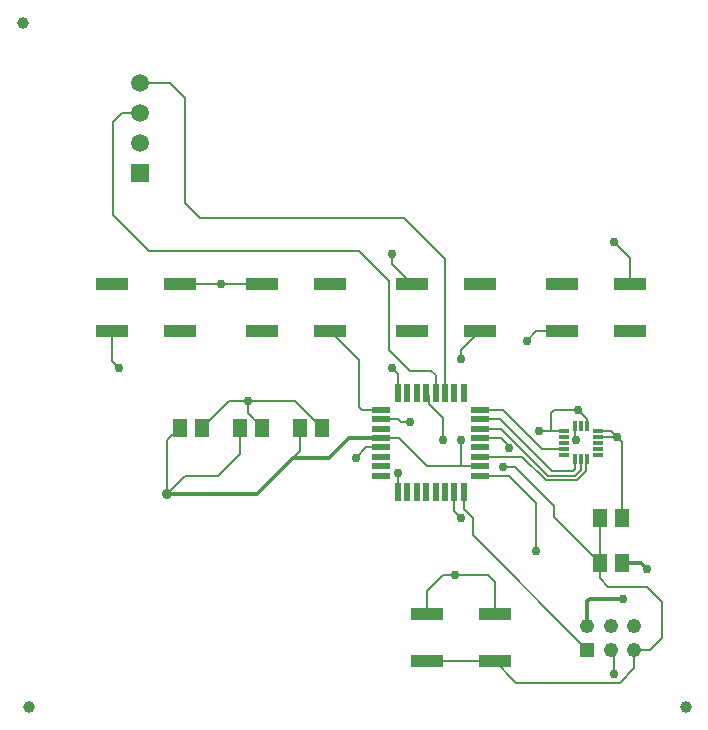
<source format=gbr>
G04 EAGLE Gerber RS-274X export*
G75*
%MOMM*%
%FSLAX34Y34*%
%LPD*%
%INTop Copper*%
%IPPOS*%
%AMOC8*
5,1,8,0,0,1.08239X$1,22.5*%
G01*
%ADD10R,1.600000X0.550000*%
%ADD11R,0.550000X1.600000*%
%ADD12R,0.952400X0.300000*%
%ADD13R,0.300000X0.850800*%
%ADD14R,1.300000X1.500000*%
%ADD15R,2.750000X1.000000*%
%ADD16R,1.219200X1.219200*%
%ADD17C,1.219200*%
%ADD18C,1.000000*%
%ADD19R,1.508000X1.508000*%
%ADD20C,1.508000*%
%ADD21C,0.203200*%
%ADD22C,0.754800*%
%ADD23C,0.904800*%
%ADD24C,0.304800*%


D10*
X301100Y269300D03*
X301100Y261300D03*
X301100Y253300D03*
X301100Y245300D03*
X301100Y237300D03*
X301100Y229300D03*
X301100Y221300D03*
X301100Y213300D03*
D11*
X314900Y199500D03*
X322900Y199500D03*
X330900Y199500D03*
X338900Y199500D03*
X346900Y199500D03*
X354900Y199500D03*
X362900Y199500D03*
X370900Y199500D03*
D10*
X384700Y213300D03*
X384700Y221300D03*
X384700Y229300D03*
X384700Y237300D03*
X384700Y245300D03*
X384700Y253300D03*
X384700Y261300D03*
X384700Y269300D03*
D11*
X370900Y283100D03*
X362900Y283100D03*
X354900Y283100D03*
X346900Y283100D03*
X338900Y283100D03*
X330900Y283100D03*
X322900Y283100D03*
X314900Y283100D03*
D12*
X455638Y251300D03*
X455638Y246300D03*
X455638Y241300D03*
X455638Y236300D03*
X455638Y231300D03*
D13*
X464900Y227280D03*
X469900Y227280D03*
X474900Y227280D03*
D12*
X484162Y231300D03*
X484162Y236300D03*
X484162Y241300D03*
X484162Y246300D03*
X484162Y251300D03*
D13*
X474900Y255320D03*
X469900Y255320D03*
X464900Y255320D03*
D14*
X231800Y254000D03*
X250800Y254000D03*
X181000Y254000D03*
X200000Y254000D03*
X485800Y177800D03*
X504800Y177800D03*
X130200Y254000D03*
X149200Y254000D03*
D15*
X511350Y335600D03*
X453850Y335600D03*
X511350Y375600D03*
X453850Y375600D03*
D16*
X475300Y66200D03*
D17*
X475300Y86200D03*
X495300Y66200D03*
X495300Y86200D03*
X515300Y66200D03*
X515300Y86200D03*
D15*
X257350Y335600D03*
X199850Y335600D03*
X257350Y375600D03*
X199850Y375600D03*
D14*
X485800Y139700D03*
X504800Y139700D03*
D15*
X130350Y335600D03*
X72850Y335600D03*
X130350Y375600D03*
X72850Y375600D03*
X397050Y56200D03*
X339550Y56200D03*
X397050Y96200D03*
X339550Y96200D03*
D18*
X558800Y17780D03*
X-2540Y596900D03*
X2540Y17780D03*
D19*
X96520Y469900D03*
D20*
X96520Y495300D03*
X96520Y520700D03*
X96520Y546100D03*
D15*
X384350Y335600D03*
X326850Y335600D03*
X384350Y375600D03*
X326850Y375600D03*
D21*
X164780Y375600D02*
X130350Y375600D01*
X164780Y375600D02*
X165100Y375920D01*
D22*
X165100Y375920D03*
D21*
X165420Y375600D02*
X199850Y375600D01*
X165420Y375600D02*
X165100Y375920D01*
X172060Y276860D02*
X149200Y254000D01*
D22*
X187960Y276860D03*
D21*
X172060Y276860D01*
X187960Y266040D02*
X200000Y254000D01*
X187960Y266040D02*
X187960Y276860D01*
X227940Y276860D02*
X250800Y254000D01*
X227940Y276860D02*
X187960Y276860D01*
X288100Y237300D02*
X301100Y237300D01*
X288100Y237300D02*
X279400Y228600D01*
D22*
X279400Y228600D03*
D21*
X484162Y251300D02*
X495460Y251300D01*
X500380Y246380D01*
D22*
X500380Y246380D03*
D21*
X484242Y246380D02*
X484162Y246300D01*
X484242Y246380D02*
X500380Y246380D01*
X504800Y241960D02*
X504800Y177800D01*
X504800Y241960D02*
X500380Y246380D01*
X464900Y246460D02*
X464900Y255320D01*
X464900Y246460D02*
X464820Y246380D01*
X464820Y245226D01*
X466206Y243840D01*
D22*
X466206Y243840D03*
D21*
X402400Y245300D02*
X384700Y245300D01*
X409196Y238504D02*
X409196Y236476D01*
D22*
X409196Y236476D03*
D21*
X409196Y238504D02*
X402400Y245300D01*
X326850Y375600D02*
X309880Y392570D01*
X309880Y401320D01*
D22*
X309880Y401320D03*
D21*
X511350Y397970D02*
X511350Y375600D01*
D22*
X497840Y411480D03*
D21*
X511350Y397970D01*
X339550Y116030D02*
X339550Y96200D01*
X339550Y116030D02*
X353060Y129540D01*
X363220Y129540D01*
D22*
X363220Y129540D03*
D21*
X397050Y123650D02*
X397050Y96200D01*
X397050Y123650D02*
X391160Y129540D01*
X363220Y129540D01*
D23*
X119380Y198120D03*
D21*
X119380Y243180D01*
X130200Y254000D01*
X134620Y213360D02*
X119380Y198120D01*
X134620Y213360D02*
X162560Y213360D01*
X181000Y231800D01*
X181000Y254000D01*
D24*
X195580Y198120D02*
X119380Y198120D01*
D21*
X231800Y234340D02*
X231800Y254000D01*
D24*
X226060Y228600D02*
X195580Y198120D01*
D21*
X226060Y228600D02*
X231800Y234340D01*
D24*
X299720Y245300D02*
X301100Y245300D01*
X299720Y245300D02*
X273240Y245300D01*
X256540Y228600D01*
X226060Y228600D01*
X475300Y107000D02*
X475300Y86200D01*
X475300Y107000D02*
X477520Y109220D01*
D22*
X505460Y109220D03*
D24*
X477520Y109220D01*
X504800Y139700D02*
X520700Y139700D01*
X525780Y134620D01*
D22*
X525780Y134620D03*
D21*
X455638Y251300D02*
X447200Y251300D01*
X447040Y269240D02*
X467360Y269240D01*
D22*
X467360Y269240D03*
D21*
X474900Y261700D02*
X474900Y255320D01*
X474900Y261700D02*
X467360Y269240D01*
X384700Y221300D02*
X368300Y221300D01*
X340040Y221300D01*
X316040Y245300D02*
X299720Y245300D01*
X316040Y245300D02*
X340040Y221300D01*
X444500Y251300D02*
X455638Y251300D01*
X444500Y251300D02*
X434500Y251300D01*
X434340Y251460D01*
D22*
X434340Y251460D03*
X368300Y243840D03*
D21*
X368300Y221300D01*
X444500Y266700D02*
X447040Y269240D01*
X444500Y266700D02*
X444500Y251300D01*
X464900Y227280D02*
X464900Y219187D01*
X463216Y217504D01*
X445436Y217504D01*
X401640Y261300D02*
X384700Y261300D01*
X401640Y261300D02*
X445436Y217504D01*
X436800Y236300D02*
X455638Y236300D01*
X403800Y269300D02*
X384700Y269300D01*
X403800Y269300D02*
X436800Y236300D01*
X469900Y227280D02*
X469900Y218440D01*
X464820Y213360D01*
X441960Y213360D01*
X402020Y253300D02*
X384700Y253300D01*
X402020Y253300D02*
X441960Y213360D01*
X440277Y209296D02*
X466503Y209296D01*
X474448Y226828D02*
X474900Y227280D01*
X474448Y226828D02*
X474448Y217241D01*
X466503Y209296D01*
X420273Y229300D02*
X384700Y229300D01*
X420273Y229300D02*
X440277Y209296D01*
X378460Y163040D02*
X475300Y66200D01*
X378460Y163040D02*
X378460Y177800D01*
X370840Y185420D01*
X370840Y199440D01*
X370900Y199500D01*
X495300Y66200D02*
X497840Y63660D01*
X497840Y45720D01*
D22*
X497840Y45720D03*
X431800Y149860D03*
D21*
X409000Y213300D02*
X384700Y213300D01*
X431800Y190500D02*
X431800Y149860D01*
X431800Y190500D02*
X409000Y213300D01*
X397050Y56200D02*
X415150Y38100D01*
X502920Y38100D01*
X515300Y50480D01*
X515300Y66200D01*
X528480Y66200D01*
X538480Y76200D01*
X538480Y106680D01*
X485800Y126340D02*
X485800Y139700D01*
X525780Y119380D02*
X538480Y106680D01*
X525780Y119380D02*
X492760Y119380D01*
X485800Y126340D01*
X397050Y56200D02*
X339550Y56200D01*
X485800Y139700D02*
X485800Y177800D01*
X485800Y139700D02*
X447040Y178460D01*
X447040Y187960D01*
X414020Y220980D01*
X403860Y220980D01*
D22*
X403860Y220980D03*
X353060Y243840D03*
D21*
X341102Y280898D02*
X338900Y283100D01*
X341102Y280898D02*
X341102Y273838D01*
X353060Y261880D02*
X353060Y243840D01*
X353060Y261880D02*
X341102Y273838D01*
X362900Y199500D02*
X362900Y183200D01*
X368300Y177800D01*
D22*
X368300Y177800D03*
D21*
X354900Y283100D02*
X354900Y396940D01*
X320040Y431800D02*
X147320Y431800D01*
X134620Y444500D01*
X134620Y533400D01*
X121920Y546100D01*
X96520Y546100D01*
X320040Y431800D02*
X354900Y396940D01*
X96520Y520700D02*
X81280Y520700D01*
X73660Y513080D01*
X73660Y434340D01*
X104140Y403860D01*
X281940Y403860D01*
X307340Y378460D01*
X307340Y320040D01*
X325120Y302260D01*
X342900Y302260D01*
X346900Y298260D01*
X346900Y283100D01*
X281940Y311010D02*
X257350Y335600D01*
X281940Y311010D02*
X281940Y271780D01*
X284420Y269300D01*
X301100Y269300D01*
X72850Y310690D02*
X72850Y335600D01*
X72850Y310690D02*
X78740Y304800D01*
D22*
X78740Y304800D03*
X309880Y304800D03*
D21*
X314900Y299780D01*
X314900Y283100D01*
X368300Y319550D02*
X384350Y335600D01*
X368300Y319550D02*
X368300Y312420D01*
D22*
X368300Y312420D03*
X325120Y259080D03*
D21*
X317500Y259080D01*
X314960Y261620D01*
X301420Y261620D01*
X301100Y261300D01*
X432120Y335600D02*
X453850Y335600D01*
X432120Y335600D02*
X424180Y327660D01*
D22*
X424180Y327660D03*
X314960Y215900D03*
D21*
X314960Y199560D01*
X314900Y199500D01*
M02*

</source>
